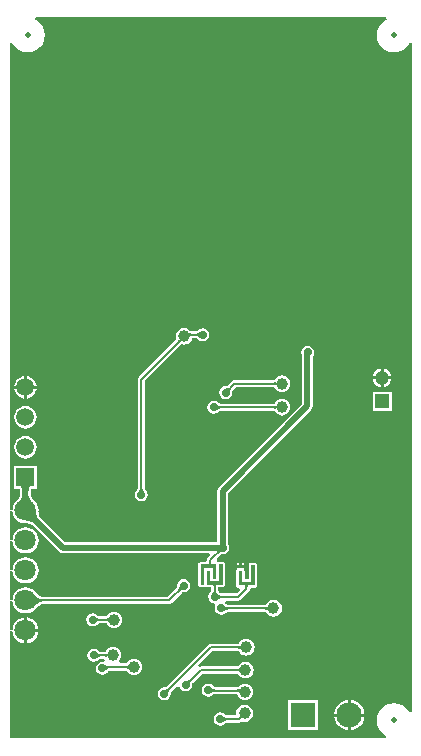
<source format=gbl>
G04*
G04 #@! TF.GenerationSoftware,Altium Limited,Altium Designer,20.2.7 (254)*
G04*
G04 Layer_Physical_Order=2*
G04 Layer_Color=16711680*
%FSLAX44Y44*%
%MOMM*%
G71*
G04*
G04 #@! TF.SameCoordinates,3AAC9187-E8BA-4CE9-B87A-6CD4D1A61E21*
G04*
G04*
G04 #@! TF.FilePolarity,Positive*
G04*
G01*
G75*
%ADD11C,0.2000*%
%ADD45C,1.0000*%
%ADD54C,0.5000*%
%ADD55C,1.8000*%
%ADD56C,1.5000*%
%ADD57R,1.5000X1.5000*%
%ADD58R,2.1500X2.1500*%
%ADD59C,2.1500*%
%ADD60C,0.5000*%
%ADD61C,1.2000*%
%ADD62R,1.2000X1.2000*%
%ADD63C,0.7000*%
%ADD64R,0.2500X0.2500*%
G36*
X2219646Y1767581D02*
X2218544Y1767124D01*
X2215515Y1764800D01*
X2213190Y1761771D01*
X2211729Y1758243D01*
X2211231Y1754458D01*
X2211729Y1750673D01*
X2213190Y1747146D01*
X2215515Y1744117D01*
X2218544Y1741792D01*
X2222071Y1740331D01*
X2225856Y1739833D01*
X2229641Y1740331D01*
X2233169Y1741792D01*
X2236198Y1744117D01*
X2238522Y1747146D01*
X2238826Y1747880D01*
X2240826Y1747482D01*
X2240826Y1181434D01*
X2238826Y1181036D01*
X2238522Y1181771D01*
X2236198Y1184800D01*
X2233169Y1187124D01*
X2229641Y1188585D01*
X2225856Y1189083D01*
X2222071Y1188585D01*
X2218544Y1187124D01*
X2215515Y1184800D01*
X2213190Y1181771D01*
X2211729Y1178243D01*
X2211231Y1174458D01*
X2211729Y1170673D01*
X2213190Y1167146D01*
X2215515Y1164117D01*
X2218544Y1161792D01*
X2219351Y1161458D01*
X2218953Y1159458D01*
X1900826D01*
Y1250035D01*
X1902826Y1250166D01*
X1902948Y1249240D01*
X1903139Y1247787D01*
X1904248Y1245111D01*
X1906011Y1242813D01*
X1908309Y1241050D01*
X1910984Y1239941D01*
X1912586Y1239730D01*
Y1250658D01*
Y1261586D01*
X1910984Y1261375D01*
X1908309Y1260267D01*
X1906011Y1258503D01*
X1904248Y1256206D01*
X1903139Y1253530D01*
X1902948Y1252076D01*
X1902826Y1251150D01*
X1900826Y1251281D01*
X1900826Y1275435D01*
X1902826Y1275566D01*
X1902948Y1274640D01*
X1903139Y1273187D01*
X1904248Y1270511D01*
X1906011Y1268213D01*
X1908309Y1266450D01*
X1910984Y1265341D01*
X1913856Y1264963D01*
X1916728Y1265341D01*
X1919404Y1266450D01*
X1921701Y1268213D01*
X1921958Y1268547D01*
X1922712Y1269296D01*
X1923612Y1270137D01*
X1925291Y1271535D01*
X1925992Y1272036D01*
X1926635Y1272436D01*
X1927191Y1272723D01*
X1927645Y1272903D01*
X1927982Y1272990D01*
X1928085Y1272999D01*
X2035456D01*
X2035456Y1272999D01*
X2036627Y1273232D01*
X2037619Y1273895D01*
X2046301Y1282577D01*
X2046324Y1282595D01*
X2046427Y1282657D01*
X2046547Y1282717D01*
X2046688Y1282772D01*
X2046854Y1282821D01*
X2047047Y1282863D01*
X2047269Y1282894D01*
X2047520Y1282914D01*
X2047538Y1282914D01*
X2047856Y1282850D01*
X2050002Y1283277D01*
X2051821Y1284493D01*
X2053037Y1286312D01*
X2053464Y1288458D01*
X2053037Y1290604D01*
X2051821Y1292423D01*
X2050002Y1293639D01*
X2047856Y1294066D01*
X2045710Y1293639D01*
X2043891Y1292423D01*
X2042675Y1290604D01*
X2042248Y1288458D01*
X2042312Y1288139D01*
X2042312Y1288122D01*
X2042292Y1287871D01*
X2042260Y1287649D01*
X2042219Y1287456D01*
X2042169Y1287290D01*
X2042115Y1287149D01*
X2042056Y1287029D01*
X2041993Y1286926D01*
X2041975Y1286903D01*
X2034189Y1279117D01*
X1928085D01*
X1927982Y1279127D01*
X1927645Y1279213D01*
X1927191Y1279393D01*
X1926635Y1279680D01*
X1925992Y1280081D01*
X1925308Y1280569D01*
X1922686Y1282846D01*
X1921958Y1283569D01*
X1921701Y1283903D01*
X1919404Y1285667D01*
X1916728Y1286775D01*
X1913856Y1287153D01*
X1910984Y1286775D01*
X1908309Y1285667D01*
X1906011Y1283903D01*
X1904248Y1281606D01*
X1903139Y1278930D01*
X1902948Y1277476D01*
X1902826Y1276550D01*
X1900826Y1276681D01*
Y1300835D01*
X1902826Y1300966D01*
X1902948Y1300040D01*
X1903139Y1298587D01*
X1904248Y1295911D01*
X1906011Y1293613D01*
X1908309Y1291850D01*
X1910984Y1290741D01*
X1913856Y1290363D01*
X1916728Y1290741D01*
X1919404Y1291850D01*
X1921701Y1293613D01*
X1923465Y1295911D01*
X1924573Y1298587D01*
X1924951Y1301458D01*
X1924573Y1304330D01*
X1923465Y1307006D01*
X1921701Y1309303D01*
X1919404Y1311067D01*
X1916728Y1312175D01*
X1913856Y1312553D01*
X1910984Y1312175D01*
X1908309Y1311067D01*
X1906011Y1309303D01*
X1904248Y1307006D01*
X1903139Y1304330D01*
X1902948Y1302876D01*
X1902826Y1301950D01*
X1900826Y1302081D01*
Y1326235D01*
X1902826Y1326366D01*
X1902948Y1325440D01*
X1903139Y1323987D01*
X1904248Y1321311D01*
X1906011Y1319013D01*
X1908309Y1317250D01*
X1910984Y1316141D01*
X1913856Y1315763D01*
X1916728Y1316141D01*
X1919404Y1317250D01*
X1921701Y1319013D01*
X1923465Y1321311D01*
X1924573Y1323987D01*
X1924951Y1326858D01*
X1924573Y1329730D01*
X1923465Y1332406D01*
X1921701Y1334703D01*
X1919404Y1336467D01*
X1916728Y1337575D01*
X1913856Y1337953D01*
X1910984Y1337575D01*
X1908309Y1336467D01*
X1906011Y1334703D01*
X1904248Y1332406D01*
X1903139Y1329730D01*
X1902948Y1328276D01*
X1902826Y1327350D01*
X1900826Y1327481D01*
Y1351635D01*
X1902826Y1351766D01*
X1902948Y1350840D01*
X1903139Y1349387D01*
X1904248Y1346711D01*
X1906011Y1344413D01*
X1908309Y1342650D01*
X1910984Y1341541D01*
X1913856Y1341163D01*
X1914243Y1341214D01*
X1914892Y1341203D01*
X1915756Y1341139D01*
X1916557Y1341028D01*
X1917297Y1340872D01*
X1917977Y1340675D01*
X1918597Y1340438D01*
X1919163Y1340164D01*
X1919678Y1339853D01*
X1920047Y1339579D01*
X1942162Y1317464D01*
X1943650Y1316469D01*
X1945406Y1316120D01*
X2069329D01*
X2070094Y1314272D01*
X2068193Y1312371D01*
X2067530Y1311379D01*
X2067297Y1310208D01*
X2066427Y1308497D01*
X2062106Y1308497D01*
X2061326Y1308342D01*
X2060664Y1307900D01*
X2060222Y1307238D01*
X2060067Y1306458D01*
X2060067Y1289208D01*
X2060222Y1288428D01*
X2060664Y1287766D01*
X2061326Y1287324D01*
X2062106Y1287169D01*
X2065106Y1287169D01*
X2065887Y1287324D01*
X2066231Y1287554D01*
X2066576Y1287324D01*
X2067356Y1287169D01*
X2071105D01*
Y1284149D01*
X2071101Y1284120D01*
X2071073Y1284002D01*
X2071030Y1283875D01*
X2070969Y1283737D01*
X2070887Y1283585D01*
X2070779Y1283419D01*
X2070645Y1283239D01*
X2070481Y1283048D01*
X2070469Y1283036D01*
X2070199Y1282855D01*
X2068983Y1281036D01*
X2068556Y1278890D01*
X2068983Y1276744D01*
X2070199Y1274925D01*
X2072018Y1273709D01*
X2073629Y1273389D01*
X2074514Y1271964D01*
X2074675Y1271354D01*
X2074248Y1269208D01*
X2074675Y1267062D01*
X2075891Y1265243D01*
X2077710Y1264027D01*
X2079856Y1263600D01*
X2082002Y1264027D01*
X2083821Y1265243D01*
X2084002Y1265513D01*
X2084014Y1265525D01*
X2084205Y1265688D01*
X2084385Y1265824D01*
X2084551Y1265930D01*
X2084703Y1266013D01*
X2084841Y1266074D01*
X2084968Y1266117D01*
X2085086Y1266145D01*
X2085115Y1266149D01*
X2117333D01*
X2117394Y1266144D01*
X2117537Y1266120D01*
X2117561Y1266114D01*
X2117742Y1265678D01*
X2118864Y1264216D01*
X2120326Y1263094D01*
X2122029Y1262388D01*
X2123856Y1262148D01*
X2125683Y1262388D01*
X2127386Y1263094D01*
X2128849Y1264216D01*
X2129971Y1265678D01*
X2130676Y1267381D01*
X2130916Y1269208D01*
X2130676Y1271036D01*
X2129971Y1272738D01*
X2128849Y1274201D01*
X2127386Y1275323D01*
X2125683Y1276028D01*
X2123856Y1276268D01*
X2122029Y1276028D01*
X2120326Y1275323D01*
X2118864Y1274201D01*
X2117742Y1272738D01*
X2117561Y1272302D01*
X2117537Y1272296D01*
X2117394Y1272272D01*
X2117333Y1272267D01*
X2085115D01*
X2085086Y1272271D01*
X2084968Y1272299D01*
X2084841Y1272342D01*
X2084703Y1272403D01*
X2084551Y1272486D01*
X2084385Y1272593D01*
X2084205Y1272728D01*
X2084014Y1272891D01*
X2084002Y1272903D01*
X2083821Y1273173D01*
X2082837Y1273831D01*
X2083443Y1275831D01*
X2094038D01*
X2094038Y1275831D01*
X2095209Y1276064D01*
X2096201Y1276727D01*
X2103019Y1283545D01*
X2103019Y1283545D01*
X2103682Y1284538D01*
X2103915Y1285708D01*
X2105495Y1286669D01*
X2107856D01*
X2108636Y1286824D01*
X2109298Y1287266D01*
X2109740Y1287928D01*
X2109895Y1288708D01*
X2109895Y1305958D01*
X2109740Y1306739D01*
X2109298Y1307400D01*
X2108636Y1307842D01*
X2107856Y1307997D01*
X2104856Y1307997D01*
X2104076Y1307842D01*
X2103414Y1307400D01*
X2102972Y1306738D01*
X2102817Y1305958D01*
X2102817Y1293747D01*
X2100809D01*
X2100724Y1293833D01*
X2099606Y1293833D01*
Y1294951D01*
X2099395Y1295161D01*
X2099395Y1300708D01*
X2099240Y1301488D01*
X2099106Y1301689D01*
Y1302958D01*
X2092606Y1302958D01*
Y1301689D01*
X2092472Y1301489D01*
X2092317Y1300708D01*
X2092317Y1288708D01*
X2092472Y1287928D01*
X2092914Y1287266D01*
X2093576Y1286824D01*
X2094356Y1286669D01*
X2094878D01*
X2095643Y1284821D01*
X2092771Y1281949D01*
X2079423D01*
X2079394Y1281953D01*
X2079276Y1281981D01*
X2079149Y1282024D01*
X2079011Y1282085D01*
X2078859Y1282168D01*
X2078693Y1282275D01*
X2078513Y1282410D01*
X2078322Y1282574D01*
X2078310Y1282585D01*
X2078129Y1282855D01*
X2077859Y1283036D01*
X2077847Y1283048D01*
X2077684Y1283239D01*
X2077549Y1283419D01*
X2077442Y1283585D01*
X2077359Y1283737D01*
X2077298Y1283875D01*
X2077255Y1284002D01*
X2077227Y1284120D01*
X2077223Y1284149D01*
Y1287169D01*
X2080856D01*
X2081637Y1287324D01*
X2082298Y1287766D01*
X2082740Y1288428D01*
X2082895Y1289208D01*
X2082895Y1306458D01*
X2082740Y1307238D01*
X2082298Y1307900D01*
X2081637Y1308342D01*
X2080856Y1308497D01*
X2077856Y1308497D01*
X2077076Y1308342D01*
X2076041Y1308941D01*
X2075646Y1311172D01*
X2078696Y1314223D01*
X2079448Y1314918D01*
X2079547Y1314967D01*
X2079688Y1315022D01*
X2079854Y1315071D01*
X2080047Y1315112D01*
X2080269Y1315144D01*
X2080520Y1315164D01*
X2080538Y1315164D01*
X2080856Y1315100D01*
X2083002Y1315527D01*
X2084821Y1316743D01*
X2086037Y1318562D01*
X2086464Y1320708D01*
X2086037Y1322854D01*
X2085444Y1323741D01*
Y1366808D01*
X2155600Y1436964D01*
X2156595Y1438452D01*
X2156944Y1440208D01*
Y1482177D01*
X2158037Y1483812D01*
X2158464Y1485958D01*
X2158037Y1488104D01*
X2156821Y1489923D01*
X2155002Y1491139D01*
X2152856Y1491566D01*
X2150710Y1491139D01*
X2148891Y1489923D01*
X2147675Y1488104D01*
X2147248Y1485958D01*
X2147675Y1483812D01*
X2147768Y1483673D01*
Y1442109D01*
X2077612Y1371953D01*
X2076617Y1370464D01*
X2076268Y1368708D01*
Y1325296D01*
X1947307D01*
X1926536Y1346067D01*
X1926262Y1346436D01*
X1925950Y1346951D01*
X1925676Y1347517D01*
X1925439Y1348138D01*
X1925242Y1348817D01*
X1925086Y1349557D01*
X1924975Y1350358D01*
X1924911Y1351222D01*
X1924900Y1351872D01*
X1924951Y1352258D01*
X1924573Y1355130D01*
X1923465Y1357806D01*
X1921701Y1360103D01*
X1921392Y1360341D01*
X1920941Y1360807D01*
X1920375Y1361464D01*
X1919887Y1362109D01*
X1919474Y1362742D01*
X1919133Y1363362D01*
X1918862Y1363969D01*
X1918655Y1364562D01*
X1918511Y1365147D01*
X1918444Y1365602D01*
Y1368721D01*
X1918481Y1369131D01*
X1918576Y1369705D01*
X1918692Y1370135D01*
X1918806Y1370415D01*
X1918884Y1370541D01*
X1919046Y1370558D01*
X1923356D01*
Y1389558D01*
X1904356D01*
Y1370558D01*
X1908666D01*
X1908829Y1370541D01*
X1908906Y1370415D01*
X1909020Y1370135D01*
X1909136Y1369705D01*
X1909232Y1369131D01*
X1909268Y1368721D01*
Y1365602D01*
X1909201Y1365147D01*
X1909057Y1364562D01*
X1908851Y1363969D01*
X1908579Y1363362D01*
X1908238Y1362742D01*
X1907825Y1362109D01*
X1907337Y1361464D01*
X1906771Y1360807D01*
X1906320Y1360341D01*
X1906011Y1360103D01*
X1904248Y1357806D01*
X1903139Y1355130D01*
X1902948Y1353676D01*
X1902826Y1352750D01*
X1900826Y1352881D01*
X1900826Y1747627D01*
X1902826Y1748025D01*
X1903190Y1747146D01*
X1905515Y1744117D01*
X1908544Y1741792D01*
X1912071Y1740331D01*
X1915856Y1739833D01*
X1919641Y1740331D01*
X1923169Y1741792D01*
X1926198Y1744117D01*
X1928522Y1747146D01*
X1929983Y1750673D01*
X1930481Y1754458D01*
X1929983Y1758243D01*
X1928522Y1761771D01*
X1926198Y1764800D01*
X1923169Y1767124D01*
X1922066Y1767581D01*
X1922464Y1769581D01*
X2219249D01*
X2219646Y1767581D01*
D02*
G37*
G36*
X1918381Y1372539D02*
X1917956Y1372389D01*
X1917581Y1372139D01*
X1917256Y1371789D01*
X1916981Y1371339D01*
X1916756Y1370789D01*
X1916581Y1370139D01*
X1916456Y1369389D01*
X1916381Y1368539D01*
X1916356Y1367589D01*
X1911356D01*
X1911331Y1368539D01*
X1911256Y1369389D01*
X1911131Y1370139D01*
X1910956Y1370789D01*
X1910731Y1371339D01*
X1910456Y1371789D01*
X1910131Y1372139D01*
X1909756Y1372389D01*
X1909331Y1372539D01*
X1908856Y1372589D01*
X1918856D01*
X1918381Y1372539D01*
D02*
G37*
G36*
X1916394Y1365527D02*
X1916508Y1364753D01*
X1916698Y1363983D01*
X1916964Y1363216D01*
X1917306Y1362452D01*
X1917724Y1361692D01*
X1918218Y1360936D01*
X1918788Y1360182D01*
X1919434Y1359432D01*
X1920156Y1358685D01*
X1907556D01*
X1908278Y1359432D01*
X1908924Y1360182D01*
X1909494Y1360936D01*
X1909988Y1361692D01*
X1910406Y1362452D01*
X1910748Y1363216D01*
X1911014Y1363983D01*
X1911204Y1364753D01*
X1911318Y1365527D01*
X1911356Y1366304D01*
X1916356D01*
X1916394Y1365527D01*
D02*
G37*
G36*
X1922873Y1351130D02*
X1922947Y1350143D01*
X1923076Y1349207D01*
X1923262Y1348322D01*
X1923504Y1347489D01*
X1923802Y1346707D01*
X1924156Y1345977D01*
X1924567Y1345298D01*
X1925033Y1344670D01*
X1925556Y1344094D01*
X1922020Y1340558D01*
X1921444Y1341081D01*
X1920816Y1341548D01*
X1920137Y1341958D01*
X1919407Y1342312D01*
X1918625Y1342610D01*
X1917792Y1342852D01*
X1916908Y1343038D01*
X1915972Y1343168D01*
X1914985Y1343241D01*
X1913946Y1343259D01*
X1922856Y1352168D01*
X1922873Y1351130D01*
D02*
G37*
G36*
X2080858Y1318208D02*
X2080617Y1318174D01*
X2080332Y1318073D01*
X2080083Y1317947D01*
X2080821Y1317208D01*
X2080424Y1317201D01*
X2080047Y1317172D01*
X2079688Y1317121D01*
X2079348Y1317048D01*
X2079027Y1316953D01*
X2078725Y1316835D01*
X2078442Y1316696D01*
X2078219Y1316559D01*
X2077057Y1315484D01*
X2076407Y1314845D01*
X2074993Y1316259D01*
X2075632Y1316909D01*
X2075754Y1317048D01*
X2076832Y1318275D01*
X2076844Y1318294D01*
X2076983Y1318577D01*
X2077101Y1318879D01*
X2077196Y1319200D01*
X2077269Y1319540D01*
X2077320Y1319899D01*
X2077349Y1320277D01*
X2077356Y1320673D01*
X2078095Y1319935D01*
X2078221Y1320184D01*
X2078322Y1320469D01*
X2078356Y1320710D01*
X2080858Y1318208D01*
D02*
G37*
G36*
X2075606Y1294333D02*
X2072606Y1294333D01*
X2072606Y1303458D01*
X2065106Y1303458D01*
X2065106Y1289208D01*
X2062106Y1289208D01*
X2062106Y1306458D01*
X2075606Y1306458D01*
X2075606Y1294333D01*
D02*
G37*
G36*
X2080856Y1289208D02*
X2075228D01*
X2075222Y1289169D01*
X2075190Y1288769D01*
X2075166Y1287869D01*
X2075164Y1287489D01*
X2073164D01*
X2073161Y1287869D01*
X2073064Y1289169D01*
X2073054Y1289208D01*
X2067356D01*
X2067356Y1301208D01*
X2070356Y1301208D01*
X2070356Y1292208D01*
X2077856Y1292208D01*
X2077856Y1306458D01*
X2080856Y1306458D01*
X2080856Y1289208D01*
D02*
G37*
G36*
X2107856Y1288708D02*
X2102042D01*
X2102025Y1288669D01*
X2101974Y1288489D01*
X2101931Y1288269D01*
X2101898Y1288009D01*
X2101861Y1287369D01*
X2101856Y1286989D01*
X2099856D01*
X2099882Y1288708D01*
X2094356D01*
X2094356Y1300708D01*
X2097356Y1300708D01*
X2097356Y1291708D01*
X2104856Y1291708D01*
X2104856Y1305958D01*
X2107856Y1305958D01*
X2107856Y1288708D01*
D02*
G37*
G36*
X2047821Y1284958D02*
X2047424Y1284951D01*
X2047047Y1284922D01*
X2046688Y1284871D01*
X2046348Y1284798D01*
X2046027Y1284702D01*
X2045725Y1284585D01*
X2045442Y1284445D01*
X2045178Y1284284D01*
X2044933Y1284100D01*
X2044707Y1283894D01*
X2043292Y1285309D01*
X2043498Y1285535D01*
X2043682Y1285780D01*
X2043844Y1286044D01*
X2043983Y1286327D01*
X2044100Y1286629D01*
X2044196Y1286950D01*
X2044269Y1287290D01*
X2044320Y1287649D01*
X2044349Y1288026D01*
X2044356Y1288423D01*
X2047821Y1284958D01*
D02*
G37*
G36*
X2075179Y1284039D02*
X2075222Y1283735D01*
X2075295Y1283434D01*
X2075396Y1283136D01*
X2075527Y1282839D01*
X2075686Y1282545D01*
X2075875Y1282253D01*
X2076092Y1281963D01*
X2076339Y1281675D01*
X2076614Y1281390D01*
X2071714D01*
X2071990Y1281675D01*
X2072236Y1281963D01*
X2072454Y1282253D01*
X2072642Y1282545D01*
X2072802Y1282839D01*
X2072932Y1283136D01*
X2073034Y1283434D01*
X2073106Y1283735D01*
X2073150Y1284039D01*
X2073164Y1284344D01*
X2075164D01*
X2075179Y1284039D01*
D02*
G37*
G36*
X2076949Y1281065D02*
X2077237Y1280818D01*
X2077527Y1280601D01*
X2077819Y1280412D01*
X2078113Y1280253D01*
X2078409Y1280122D01*
X2078708Y1280021D01*
X2079009Y1279948D01*
X2079313Y1279905D01*
X2079618Y1279890D01*
Y1277890D01*
X2079313Y1277876D01*
X2079009Y1277832D01*
X2078708Y1277760D01*
X2078409Y1277658D01*
X2078113Y1277528D01*
X2077819Y1277368D01*
X2077527Y1277180D01*
X2077237Y1276962D01*
X2076949Y1276716D01*
X2076664Y1276440D01*
Y1281340D01*
X2076949Y1281065D01*
D02*
G37*
G36*
X1921298Y1281351D02*
X1924044Y1278966D01*
X1924860Y1278383D01*
X1925627Y1277906D01*
X1926345Y1277535D01*
X1927013Y1277270D01*
X1927631Y1277111D01*
X1928200Y1277058D01*
Y1275058D01*
X1927631Y1275005D01*
X1927013Y1274846D01*
X1926345Y1274581D01*
X1925627Y1274210D01*
X1924860Y1273733D01*
X1924044Y1273150D01*
X1922263Y1271666D01*
X1921298Y1270765D01*
X1920283Y1269758D01*
Y1282358D01*
X1921298Y1281351D01*
D02*
G37*
G36*
X2119274Y1267208D02*
X2119172Y1267398D01*
X2119041Y1267568D01*
X2118882Y1267718D01*
X2118693Y1267848D01*
X2118476Y1267958D01*
X2118230Y1268048D01*
X2117955Y1268118D01*
X2117651Y1268168D01*
X2117319Y1268198D01*
X2116957Y1268208D01*
Y1270208D01*
X2117319Y1270218D01*
X2117651Y1270248D01*
X2117955Y1270298D01*
X2118230Y1270368D01*
X2118476Y1270458D01*
X2118693Y1270568D01*
X2118882Y1270698D01*
X2119041Y1270848D01*
X2119172Y1271018D01*
X2119274Y1271208D01*
Y1267208D01*
D02*
G37*
G36*
X2082641Y1271383D02*
X2082929Y1271136D01*
X2083219Y1270919D01*
X2083511Y1270730D01*
X2083805Y1270571D01*
X2084102Y1270440D01*
X2084400Y1270339D01*
X2084701Y1270266D01*
X2085005Y1270223D01*
X2085310Y1270208D01*
Y1268208D01*
X2085005Y1268194D01*
X2084701Y1268150D01*
X2084400Y1268078D01*
X2084102Y1267976D01*
X2083805Y1267846D01*
X2083511Y1267686D01*
X2083219Y1267498D01*
X2082929Y1267280D01*
X2082641Y1267034D01*
X2082356Y1266758D01*
Y1271658D01*
X2082641Y1271383D01*
D02*
G37*
%LPC*%
G36*
X2063856Y1506566D02*
X2061710Y1506139D01*
X2059891Y1504923D01*
X2059690Y1504622D01*
X2059628Y1504560D01*
X2059444Y1504397D01*
X2059273Y1504264D01*
X2059114Y1504159D01*
X2058969Y1504078D01*
X2058836Y1504018D01*
X2058716Y1503977D01*
X2058602Y1503949D01*
X2058575Y1503945D01*
X2054271D01*
X2054224Y1503948D01*
X2054030Y1503973D01*
X2053875Y1504002D01*
X2053763Y1504033D01*
X2053692Y1504058D01*
X2053678Y1504065D01*
X2053642Y1504102D01*
X2053587Y1504140D01*
X2053349Y1504451D01*
X2051886Y1505573D01*
X2050184Y1506278D01*
X2048356Y1506519D01*
X2046529Y1506278D01*
X2044826Y1505573D01*
X2043364Y1504451D01*
X2042242Y1502988D01*
X2041536Y1501286D01*
X2041296Y1499458D01*
X2041536Y1497631D01*
X2041717Y1497195D01*
X2041705Y1497173D01*
X2041620Y1497056D01*
X2041581Y1497009D01*
X2009693Y1465121D01*
X2009030Y1464129D01*
X2008797Y1462958D01*
X2008797Y1462958D01*
Y1370717D01*
X2008793Y1370688D01*
X2008765Y1370570D01*
X2008722Y1370443D01*
X2008661Y1370305D01*
X2008578Y1370153D01*
X2008471Y1369987D01*
X2008337Y1369807D01*
X2008173Y1369616D01*
X2008161Y1369604D01*
X2007891Y1369423D01*
X2006675Y1367604D01*
X2006248Y1365458D01*
X2006675Y1363312D01*
X2007891Y1361493D01*
X2009710Y1360277D01*
X2011856Y1359850D01*
X2014002Y1360277D01*
X2015821Y1361493D01*
X2017037Y1363312D01*
X2017464Y1365458D01*
X2017037Y1367604D01*
X2015821Y1369423D01*
X2015551Y1369604D01*
X2015540Y1369616D01*
X2015376Y1369807D01*
X2015241Y1369987D01*
X2015134Y1370153D01*
X2015051Y1370305D01*
X2014990Y1370443D01*
X2014947Y1370570D01*
X2014919Y1370688D01*
X2014915Y1370717D01*
Y1461691D01*
X2045907Y1492683D01*
X2045953Y1492722D01*
X2046071Y1492807D01*
X2046093Y1492819D01*
X2046529Y1492638D01*
X2048356Y1492398D01*
X2050184Y1492638D01*
X2051886Y1493344D01*
X2053349Y1494466D01*
X2054471Y1495928D01*
X2055176Y1497631D01*
X2055202Y1497827D01*
X2058622D01*
X2058652Y1497823D01*
X2058774Y1497794D01*
X2058907Y1497750D01*
X2059052Y1497688D01*
X2059211Y1497604D01*
X2059384Y1497495D01*
X2059571Y1497359D01*
X2059738Y1497221D01*
X2059891Y1496993D01*
X2061710Y1495777D01*
X2063856Y1495350D01*
X2066002Y1495777D01*
X2067821Y1496993D01*
X2069037Y1498812D01*
X2069464Y1500958D01*
X2069037Y1503104D01*
X2067821Y1504923D01*
X2066002Y1506139D01*
X2063856Y1506566D01*
D02*
G37*
G36*
X2217126Y1472360D02*
Y1465728D01*
X2223758D01*
X2223650Y1466546D01*
X2222844Y1468493D01*
X2221562Y1470164D01*
X2219891Y1471446D01*
X2217944Y1472252D01*
X2217126Y1472360D01*
D02*
G37*
G36*
X2214586D02*
X2213768Y1472252D01*
X2211822Y1471446D01*
X2210150Y1470164D01*
X2208868Y1468493D01*
X2208062Y1466546D01*
X2207954Y1465728D01*
X2214586D01*
Y1472360D01*
D02*
G37*
G36*
X2130856Y1466519D02*
X2129029Y1466278D01*
X2127326Y1465573D01*
X2125864Y1464451D01*
X2124742Y1462988D01*
X2124561Y1462552D01*
X2124537Y1462546D01*
X2124394Y1462522D01*
X2124333Y1462517D01*
X2090856D01*
X2090856Y1462517D01*
X2089686Y1462284D01*
X2088693Y1461621D01*
X2084912Y1457839D01*
X2084888Y1457822D01*
X2084785Y1457759D01*
X2084665Y1457699D01*
X2084524Y1457645D01*
X2084358Y1457595D01*
X2084165Y1457554D01*
X2083943Y1457522D01*
X2083692Y1457503D01*
X2083675Y1457502D01*
X2083356Y1457566D01*
X2081210Y1457139D01*
X2079391Y1455923D01*
X2078175Y1454104D01*
X2077748Y1451958D01*
X2078175Y1449812D01*
X2079391Y1447993D01*
X2081210Y1446777D01*
X2083356Y1446350D01*
X2085502Y1446777D01*
X2087321Y1447993D01*
X2088537Y1449812D01*
X2088964Y1451958D01*
X2088900Y1452277D01*
X2088901Y1452294D01*
X2088920Y1452545D01*
X2088952Y1452767D01*
X2088993Y1452960D01*
X2089043Y1453126D01*
X2089097Y1453267D01*
X2089157Y1453387D01*
X2089220Y1453490D01*
X2089237Y1453514D01*
X2092123Y1456399D01*
X2124333D01*
X2124394Y1456394D01*
X2124537Y1456370D01*
X2124561Y1456364D01*
X2124742Y1455928D01*
X2125864Y1454466D01*
X2127326Y1453344D01*
X2129029Y1452638D01*
X2130856Y1452398D01*
X2132684Y1452638D01*
X2134386Y1453344D01*
X2135849Y1454466D01*
X2136971Y1455928D01*
X2137676Y1457631D01*
X2137917Y1459458D01*
X2137676Y1461286D01*
X2136971Y1462988D01*
X2135849Y1464451D01*
X2134386Y1465573D01*
X2132684Y1466278D01*
X2130856Y1466519D01*
D02*
G37*
G36*
X1915126Y1465673D02*
Y1457528D01*
X1923271D01*
X1923112Y1458738D01*
X1922154Y1461049D01*
X1920632Y1463034D01*
X1918647Y1464556D01*
X1916336Y1465514D01*
X1915126Y1465673D01*
D02*
G37*
G36*
X1912586Y1465673D02*
X1911376Y1465514D01*
X1909065Y1464556D01*
X1907081Y1463034D01*
X1905558Y1461049D01*
X1904601Y1458738D01*
X1904441Y1457528D01*
X1912586D01*
Y1465673D01*
D02*
G37*
G36*
X2223758Y1463188D02*
X2217126D01*
Y1456556D01*
X2217944Y1456664D01*
X2219891Y1457470D01*
X2221562Y1458752D01*
X2222844Y1460424D01*
X2223650Y1462370D01*
X2223758Y1463188D01*
D02*
G37*
G36*
X2214586D02*
X2207954D01*
X2208062Y1462370D01*
X2208868Y1460424D01*
X2210150Y1458752D01*
X2211822Y1457470D01*
X2213768Y1456664D01*
X2214586Y1456556D01*
Y1463188D01*
D02*
G37*
G36*
X1912586Y1454988D02*
X1904441D01*
X1904601Y1453778D01*
X1905558Y1451467D01*
X1907081Y1449483D01*
X1909065Y1447960D01*
X1911376Y1447003D01*
X1912586Y1446843D01*
Y1454988D01*
D02*
G37*
G36*
X1923271D02*
X1915126D01*
Y1446843D01*
X1916336Y1447003D01*
X1918647Y1447960D01*
X1920632Y1449483D01*
X1922154Y1451467D01*
X1923112Y1453778D01*
X1923271Y1454988D01*
D02*
G37*
G36*
X2130856Y1446519D02*
X2129029Y1446278D01*
X2127326Y1445573D01*
X2125864Y1444451D01*
X2124742Y1442988D01*
X2124561Y1442552D01*
X2124537Y1442546D01*
X2124394Y1442522D01*
X2124333Y1442517D01*
X2078615D01*
X2078586Y1442521D01*
X2078468Y1442549D01*
X2078341Y1442592D01*
X2078203Y1442653D01*
X2078051Y1442736D01*
X2077885Y1442843D01*
X2077705Y1442978D01*
X2077514Y1443141D01*
X2077502Y1443153D01*
X2077321Y1443423D01*
X2075502Y1444639D01*
X2073356Y1445066D01*
X2071210Y1444639D01*
X2069391Y1443423D01*
X2068175Y1441604D01*
X2067748Y1439458D01*
X2068175Y1437312D01*
X2069391Y1435493D01*
X2071210Y1434277D01*
X2073356Y1433850D01*
X2075502Y1434277D01*
X2077321Y1435493D01*
X2077502Y1435763D01*
X2077514Y1435775D01*
X2077705Y1435939D01*
X2077885Y1436073D01*
X2078051Y1436180D01*
X2078203Y1436263D01*
X2078341Y1436324D01*
X2078468Y1436367D01*
X2078586Y1436395D01*
X2078615Y1436399D01*
X2124333D01*
X2124394Y1436394D01*
X2124537Y1436370D01*
X2124561Y1436364D01*
X2124742Y1435928D01*
X2125864Y1434466D01*
X2127326Y1433344D01*
X2129029Y1432638D01*
X2130856Y1432398D01*
X2132684Y1432638D01*
X2134386Y1433344D01*
X2135849Y1434466D01*
X2136971Y1435928D01*
X2137676Y1437631D01*
X2137917Y1439458D01*
X2137676Y1441286D01*
X2136971Y1442988D01*
X2135849Y1444451D01*
X2134386Y1445573D01*
X2132684Y1446278D01*
X2130856Y1446519D01*
D02*
G37*
G36*
X2223856Y1452458D02*
X2207856D01*
Y1436458D01*
X2223856D01*
Y1452458D01*
D02*
G37*
G36*
X1913856Y1440440D02*
X1911376Y1440114D01*
X1909065Y1439156D01*
X1907081Y1437634D01*
X1905558Y1435649D01*
X1904601Y1433338D01*
X1904274Y1430858D01*
X1904601Y1428378D01*
X1905558Y1426067D01*
X1907081Y1424083D01*
X1909065Y1422560D01*
X1911376Y1421603D01*
X1913856Y1421276D01*
X1916336Y1421603D01*
X1918647Y1422560D01*
X1920632Y1424083D01*
X1922154Y1426067D01*
X1923112Y1428378D01*
X1923438Y1430858D01*
X1923112Y1433338D01*
X1922154Y1435649D01*
X1920632Y1437634D01*
X1918647Y1439156D01*
X1916336Y1440114D01*
X1913856Y1440440D01*
D02*
G37*
G36*
Y1415040D02*
X1911376Y1414714D01*
X1909065Y1413756D01*
X1907081Y1412234D01*
X1905558Y1410249D01*
X1904601Y1407938D01*
X1904274Y1405458D01*
X1904601Y1402978D01*
X1905558Y1400667D01*
X1907081Y1398683D01*
X1909065Y1397160D01*
X1911376Y1396203D01*
X1913856Y1395876D01*
X1916336Y1396203D01*
X1918647Y1397160D01*
X1920632Y1398683D01*
X1922154Y1400667D01*
X1923112Y1402978D01*
X1923438Y1405458D01*
X1923112Y1407938D01*
X1922154Y1410249D01*
X1920632Y1412234D01*
X1918647Y1413756D01*
X1916336Y1414714D01*
X1913856Y1415040D01*
D02*
G37*
G36*
X2099106Y1307708D02*
X2097126D01*
Y1305958D01*
X2099106D01*
Y1307708D01*
D02*
G37*
G36*
X2094586D02*
X2092606D01*
Y1305958D01*
X2094586D01*
Y1307708D01*
D02*
G37*
G36*
X1988956Y1266518D02*
X1987129Y1266278D01*
X1985426Y1265573D01*
X1983964Y1264451D01*
X1982842Y1262988D01*
X1982661Y1262552D01*
X1982637Y1262546D01*
X1982494Y1262522D01*
X1982433Y1262517D01*
X1976115D01*
X1976086Y1262521D01*
X1975968Y1262549D01*
X1975841Y1262592D01*
X1975703Y1262653D01*
X1975551Y1262736D01*
X1975385Y1262843D01*
X1975205Y1262978D01*
X1975014Y1263141D01*
X1975002Y1263153D01*
X1974821Y1263423D01*
X1973002Y1264639D01*
X1970856Y1265066D01*
X1968710Y1264639D01*
X1966891Y1263423D01*
X1965675Y1261604D01*
X1965248Y1259458D01*
X1965675Y1257312D01*
X1966891Y1255493D01*
X1968710Y1254277D01*
X1970856Y1253850D01*
X1973002Y1254277D01*
X1974821Y1255493D01*
X1975002Y1255763D01*
X1975014Y1255775D01*
X1975205Y1255938D01*
X1975385Y1256074D01*
X1975551Y1256180D01*
X1975703Y1256263D01*
X1975841Y1256324D01*
X1975968Y1256367D01*
X1976086Y1256395D01*
X1976115Y1256399D01*
X1982433D01*
X1982494Y1256394D01*
X1982637Y1256370D01*
X1982661Y1256364D01*
X1982842Y1255928D01*
X1983964Y1254466D01*
X1985426Y1253344D01*
X1987129Y1252638D01*
X1988956Y1252398D01*
X1990784Y1252638D01*
X1992486Y1253344D01*
X1993949Y1254466D01*
X1995071Y1255928D01*
X1995776Y1257631D01*
X1996017Y1259458D01*
X1995776Y1261285D01*
X1995071Y1262988D01*
X1993949Y1264451D01*
X1992486Y1265573D01*
X1990784Y1266278D01*
X1988956Y1266518D01*
D02*
G37*
G36*
X1915126Y1261586D02*
Y1251928D01*
X1924784D01*
X1924573Y1253530D01*
X1923465Y1256206D01*
X1921701Y1258503D01*
X1919404Y1260267D01*
X1916728Y1261375D01*
X1915126Y1261586D01*
D02*
G37*
G36*
X1924784Y1249388D02*
X1915126D01*
Y1239730D01*
X1916728Y1239941D01*
X1919404Y1241050D01*
X1921701Y1242813D01*
X1923465Y1245111D01*
X1924573Y1247787D01*
X1924784Y1249388D01*
D02*
G37*
G36*
X2100856Y1243269D02*
X2099029Y1243028D01*
X2097326Y1242323D01*
X2095864Y1241201D01*
X2094742Y1239738D01*
X2094561Y1239302D01*
X2094537Y1239296D01*
X2094394Y1239272D01*
X2094333Y1239267D01*
X2070606D01*
X2070606Y1239267D01*
X2069436Y1239034D01*
X2068443Y1238371D01*
X2032912Y1202839D01*
X2032888Y1202822D01*
X2032785Y1202759D01*
X2032665Y1202700D01*
X2032524Y1202645D01*
X2032358Y1202595D01*
X2032165Y1202554D01*
X2031943Y1202522D01*
X2031692Y1202503D01*
X2031675Y1202503D01*
X2031356Y1202566D01*
X2029210Y1202139D01*
X2027391Y1200923D01*
X2026175Y1199104D01*
X2025748Y1196958D01*
X2026175Y1194812D01*
X2027391Y1192993D01*
X2029210Y1191777D01*
X2031356Y1191350D01*
X2033502Y1191777D01*
X2035321Y1192993D01*
X2036537Y1194812D01*
X2036964Y1196958D01*
X2036900Y1197277D01*
X2036901Y1197294D01*
X2036920Y1197545D01*
X2036952Y1197767D01*
X2036993Y1197960D01*
X2037043Y1198126D01*
X2037097Y1198267D01*
X2037157Y1198387D01*
X2037220Y1198490D01*
X2037237Y1198514D01*
X2042162Y1203438D01*
X2044332Y1202780D01*
X2044425Y1202312D01*
X2045641Y1200493D01*
X2047460Y1199277D01*
X2049606Y1198850D01*
X2051752Y1199277D01*
X2053571Y1200493D01*
X2054787Y1202312D01*
X2055214Y1204458D01*
X2055150Y1204777D01*
X2055151Y1204794D01*
X2055170Y1205045D01*
X2055202Y1205267D01*
X2055243Y1205460D01*
X2055293Y1205626D01*
X2055347Y1205767D01*
X2055407Y1205887D01*
X2055470Y1205990D01*
X2055487Y1206014D01*
X2063373Y1213899D01*
X2093583D01*
X2093644Y1213894D01*
X2093787Y1213870D01*
X2093811Y1213864D01*
X2093992Y1213428D01*
X2095114Y1211966D01*
X2096576Y1210844D01*
X2098279Y1210138D01*
X2100106Y1209898D01*
X2101933Y1210138D01*
X2103636Y1210844D01*
X2105099Y1211966D01*
X2106221Y1213428D01*
X2106926Y1215131D01*
X2107166Y1216958D01*
X2106926Y1218785D01*
X2106221Y1220488D01*
X2105099Y1221951D01*
X2103636Y1223073D01*
X2101933Y1223778D01*
X2100106Y1224018D01*
X2098279Y1223778D01*
X2096576Y1223073D01*
X2095114Y1221951D01*
X2093992Y1220488D01*
X2093811Y1220052D01*
X2093787Y1220046D01*
X2093644Y1220022D01*
X2093583Y1220017D01*
X2062106D01*
X2061436Y1219883D01*
X2060316Y1221592D01*
X2071873Y1233149D01*
X2094333D01*
X2094394Y1233144D01*
X2094537Y1233120D01*
X2094561Y1233114D01*
X2094742Y1232678D01*
X2095864Y1231216D01*
X2097326Y1230094D01*
X2099029Y1229388D01*
X2100856Y1229148D01*
X2102684Y1229388D01*
X2104386Y1230094D01*
X2105849Y1231216D01*
X2106971Y1232678D01*
X2107676Y1234381D01*
X2107917Y1236208D01*
X2107676Y1238036D01*
X2106971Y1239738D01*
X2105849Y1241201D01*
X2104386Y1242323D01*
X2102684Y1243028D01*
X2100856Y1243269D01*
D02*
G37*
G36*
X1987856Y1236518D02*
X1986029Y1236278D01*
X1984326Y1235573D01*
X1982864Y1234451D01*
X1981742Y1232988D01*
X1981561Y1232552D01*
X1981537Y1232546D01*
X1981394Y1232522D01*
X1981333Y1232517D01*
X1977115D01*
X1977086Y1232521D01*
X1976968Y1232549D01*
X1976841Y1232592D01*
X1976703Y1232653D01*
X1976551Y1232736D01*
X1976385Y1232843D01*
X1976205Y1232978D01*
X1976014Y1233141D01*
X1976002Y1233153D01*
X1975821Y1233423D01*
X1974002Y1234639D01*
X1971856Y1235066D01*
X1969710Y1234639D01*
X1967891Y1233423D01*
X1966675Y1231604D01*
X1966248Y1229458D01*
X1966675Y1227312D01*
X1967891Y1225493D01*
X1969710Y1224277D01*
X1971856Y1223850D01*
X1974002Y1224277D01*
X1975821Y1225493D01*
X1976002Y1225763D01*
X1976014Y1225775D01*
X1976205Y1225938D01*
X1976385Y1226073D01*
X1976551Y1226180D01*
X1976703Y1226263D01*
X1976841Y1226324D01*
X1976968Y1226367D01*
X1977086Y1226395D01*
X1977115Y1226399D01*
X1980769D01*
X1981244Y1225630D01*
X1980000Y1223838D01*
X1978856Y1224066D01*
X1976710Y1223639D01*
X1974891Y1222423D01*
X1973675Y1220604D01*
X1973248Y1218458D01*
X1973675Y1216312D01*
X1974891Y1214493D01*
X1976710Y1213277D01*
X1978856Y1212850D01*
X1981002Y1213277D01*
X1982821Y1214493D01*
X1983633Y1215707D01*
X1983715Y1215800D01*
X1983847Y1216027D01*
X1983860Y1216047D01*
X1983937Y1216156D01*
X1984012Y1216243D01*
X1984074Y1216301D01*
X1984124Y1216338D01*
X1984168Y1216363D01*
X1984213Y1216382D01*
X1984271Y1216398D01*
X1984278Y1216399D01*
X1999333D01*
X1999394Y1216394D01*
X1999537Y1216370D01*
X1999561Y1216364D01*
X1999742Y1215928D01*
X2000864Y1214466D01*
X2002326Y1213344D01*
X2004029Y1212638D01*
X2005856Y1212398D01*
X2007684Y1212638D01*
X2009386Y1213344D01*
X2010849Y1214466D01*
X2011971Y1215928D01*
X2012676Y1217631D01*
X2012917Y1219458D01*
X2012676Y1221285D01*
X2011971Y1222988D01*
X2010849Y1224451D01*
X2009386Y1225573D01*
X2007684Y1226278D01*
X2005856Y1226518D01*
X2004029Y1226278D01*
X2002326Y1225573D01*
X2000864Y1224451D01*
X1999742Y1222988D01*
X1999561Y1222552D01*
X1999537Y1222546D01*
X1999394Y1222522D01*
X1999333Y1222517D01*
X1993594D01*
X1992922Y1224274D01*
X1992888Y1224517D01*
X1993971Y1225928D01*
X1994676Y1227631D01*
X1994917Y1229458D01*
X1994676Y1231285D01*
X1993971Y1232988D01*
X1992849Y1234451D01*
X1991386Y1235573D01*
X1989684Y1236278D01*
X1987856Y1236518D01*
D02*
G37*
G36*
X2068606Y1205566D02*
X2066460Y1205139D01*
X2064641Y1203923D01*
X2063425Y1202104D01*
X2062998Y1199958D01*
X2063425Y1197812D01*
X2064641Y1195993D01*
X2066460Y1194777D01*
X2068606Y1194350D01*
X2070752Y1194777D01*
X2072035Y1195634D01*
X2072126Y1195681D01*
X2072231Y1195766D01*
X2072571Y1195993D01*
X2072612Y1196053D01*
X2072635Y1196070D01*
X2072851Y1196208D01*
X2073051Y1196320D01*
X2073237Y1196408D01*
X2073405Y1196474D01*
X2073558Y1196521D01*
X2073696Y1196552D01*
X2073730Y1196556D01*
X2092817D01*
X2093492Y1194928D01*
X2094614Y1193466D01*
X2096076Y1192344D01*
X2097779Y1191638D01*
X2099606Y1191398D01*
X2101434Y1191638D01*
X2103136Y1192344D01*
X2104599Y1193466D01*
X2105721Y1194928D01*
X2106426Y1196631D01*
X2106667Y1198458D01*
X2106426Y1200285D01*
X2105721Y1201988D01*
X2104599Y1203451D01*
X2103136Y1204573D01*
X2101434Y1205278D01*
X2099606Y1205518D01*
X2097779Y1205278D01*
X2096076Y1204573D01*
X2094614Y1203451D01*
X2094181Y1202886D01*
X2094071Y1202801D01*
X2094050Y1202777D01*
X2094007Y1202760D01*
X2093908Y1202732D01*
X2093798Y1202709D01*
X2093459Y1202674D01*
X2073958D01*
X2073936Y1202677D01*
X2073839Y1202702D01*
X2073739Y1202739D01*
X2073632Y1202791D01*
X2073514Y1202863D01*
X2073383Y1202959D01*
X2073240Y1203084D01*
X2073086Y1203240D01*
X2072881Y1203479D01*
X2072854Y1203501D01*
X2072571Y1203923D01*
X2070752Y1205139D01*
X2068606Y1205566D01*
D02*
G37*
G36*
X2189468Y1191537D02*
Y1180114D01*
X2200891D01*
X2200620Y1182172D01*
X2199335Y1185274D01*
X2197292Y1187937D01*
X2194628Y1189981D01*
X2191527Y1191266D01*
X2189468Y1191537D01*
D02*
G37*
G36*
X2186928Y1191537D02*
X2184870Y1191266D01*
X2181768Y1189981D01*
X2179105Y1187937D01*
X2177061Y1185274D01*
X2175776Y1182172D01*
X2175505Y1180114D01*
X2186928D01*
Y1191537D01*
D02*
G37*
G36*
X2099356Y1187269D02*
X2097529Y1187028D01*
X2095826Y1186323D01*
X2094364Y1185201D01*
X2093242Y1183738D01*
X2092536Y1182036D01*
X2092296Y1180208D01*
X2092320Y1180021D01*
X2091002Y1178517D01*
X2084115D01*
X2084086Y1178521D01*
X2083968Y1178549D01*
X2083841Y1178592D01*
X2083703Y1178653D01*
X2083551Y1178736D01*
X2083385Y1178843D01*
X2083205Y1178978D01*
X2083014Y1179141D01*
X2083002Y1179153D01*
X2082821Y1179423D01*
X2081002Y1180639D01*
X2078856Y1181066D01*
X2076710Y1180639D01*
X2074891Y1179423D01*
X2073675Y1177604D01*
X2073248Y1175458D01*
X2073675Y1173312D01*
X2074891Y1171493D01*
X2076710Y1170277D01*
X2078856Y1169850D01*
X2081002Y1170277D01*
X2082821Y1171493D01*
X2083002Y1171763D01*
X2083014Y1171775D01*
X2083205Y1171938D01*
X2083385Y1172073D01*
X2083551Y1172180D01*
X2083703Y1172263D01*
X2083841Y1172324D01*
X2083968Y1172367D01*
X2084086Y1172395D01*
X2084115Y1172399D01*
X2094449D01*
X2094449Y1172399D01*
X2095620Y1172632D01*
X2096612Y1173295D01*
X2096905Y1173588D01*
X2096928Y1173608D01*
X2096953Y1173627D01*
X2097529Y1173388D01*
X2099356Y1173148D01*
X2101183Y1173388D01*
X2102886Y1174094D01*
X2104349Y1175216D01*
X2105471Y1176678D01*
X2106176Y1178381D01*
X2106416Y1180208D01*
X2106176Y1182036D01*
X2105471Y1183738D01*
X2104349Y1185201D01*
X2102886Y1186323D01*
X2101183Y1187028D01*
X2099356Y1187269D01*
D02*
G37*
G36*
X2200891Y1177574D02*
X2189468D01*
Y1166151D01*
X2191527Y1166422D01*
X2194628Y1167707D01*
X2197292Y1169751D01*
X2199335Y1172414D01*
X2200620Y1175516D01*
X2200891Y1177574D01*
D02*
G37*
G36*
X2186928D02*
X2175505D01*
X2175776Y1175516D01*
X2177061Y1172414D01*
X2179105Y1169751D01*
X2181768Y1167707D01*
X2184870Y1166422D01*
X2186928Y1166151D01*
Y1177574D01*
D02*
G37*
G36*
X2161348Y1191594D02*
X2135848D01*
Y1166094D01*
X2161348D01*
Y1191594D01*
D02*
G37*
%LPD*%
G36*
X2052323Y1502532D02*
X2052494Y1502397D01*
X2052689Y1502277D01*
X2052908Y1502173D01*
X2053151Y1502086D01*
X2053418Y1502014D01*
X2053709Y1501958D01*
X2054024Y1501918D01*
X2054364Y1501894D01*
X2054727Y1501886D01*
X2055338Y1499886D01*
X2054977Y1499876D01*
X2054652Y1499845D01*
X2054362Y1499793D01*
X2054107Y1499720D01*
X2053887Y1499627D01*
X2053703Y1499513D01*
X2053554Y1499379D01*
X2053440Y1499223D01*
X2053362Y1499047D01*
X2053319Y1498850D01*
X2052177Y1502684D01*
X2052323Y1502532D01*
D02*
G37*
G36*
X2061408Y1498457D02*
X2061115Y1498729D01*
X2060821Y1498972D01*
X2060526Y1499186D01*
X2060230Y1499372D01*
X2059932Y1499529D01*
X2059633Y1499657D01*
X2059333Y1499758D01*
X2059031Y1499829D01*
X2058728Y1499872D01*
X2058424Y1499886D01*
X2058381Y1501886D01*
X2058688Y1501901D01*
X2058992Y1501945D01*
X2059292Y1502018D01*
X2059590Y1502121D01*
X2059884Y1502254D01*
X2060175Y1502415D01*
X2060463Y1502607D01*
X2060747Y1502827D01*
X2061029Y1503077D01*
X2061307Y1503356D01*
X2061408Y1498457D01*
D02*
G37*
G36*
X2046530Y1494804D02*
X2046324Y1494866D01*
X2046111Y1494894D01*
X2045892Y1494887D01*
X2045667Y1494846D01*
X2045436Y1494770D01*
X2045198Y1494660D01*
X2044954Y1494515D01*
X2044704Y1494335D01*
X2044448Y1494121D01*
X2044185Y1493873D01*
X2042771Y1495287D01*
X2043019Y1495550D01*
X2043233Y1495806D01*
X2043413Y1496056D01*
X2043558Y1496300D01*
X2043668Y1496538D01*
X2043744Y1496769D01*
X2043785Y1496994D01*
X2043792Y1497213D01*
X2043764Y1497426D01*
X2043702Y1497632D01*
X2046530Y1494804D01*
D02*
G37*
G36*
X2012871Y1370607D02*
X2012914Y1370303D01*
X2012987Y1370002D01*
X2013088Y1369704D01*
X2013219Y1369407D01*
X2013378Y1369113D01*
X2013567Y1368820D01*
X2013784Y1368531D01*
X2014031Y1368243D01*
X2014306Y1367958D01*
X2009406D01*
X2009682Y1368243D01*
X2009928Y1368531D01*
X2010146Y1368820D01*
X2010334Y1369113D01*
X2010494Y1369407D01*
X2010624Y1369704D01*
X2010726Y1370002D01*
X2010798Y1370303D01*
X2010842Y1370607D01*
X2010856Y1370912D01*
X2012856D01*
X2012871Y1370607D01*
D02*
G37*
G36*
X2126273Y1457458D02*
X2126172Y1457648D01*
X2126041Y1457818D01*
X2125882Y1457968D01*
X2125693Y1458098D01*
X2125476Y1458208D01*
X2125230Y1458298D01*
X2124955Y1458368D01*
X2124651Y1458418D01*
X2124319Y1458448D01*
X2123957Y1458458D01*
Y1460458D01*
X2124319Y1460468D01*
X2124651Y1460498D01*
X2124955Y1460548D01*
X2125230Y1460618D01*
X2125476Y1460708D01*
X2125693Y1460818D01*
X2125882Y1460948D01*
X2126041Y1461098D01*
X2126172Y1461268D01*
X2126273Y1461458D01*
Y1457458D01*
D02*
G37*
G36*
X2087920Y1455108D02*
X2087714Y1454881D01*
X2087530Y1454636D01*
X2087369Y1454372D01*
X2087229Y1454089D01*
X2087112Y1453787D01*
X2087016Y1453466D01*
X2086943Y1453126D01*
X2086892Y1452767D01*
X2086863Y1452390D01*
X2086856Y1451993D01*
X2083391Y1455458D01*
X2083788Y1455465D01*
X2084165Y1455494D01*
X2084524Y1455545D01*
X2084864Y1455618D01*
X2085185Y1455714D01*
X2085487Y1455831D01*
X2085770Y1455971D01*
X2086034Y1456132D01*
X2086279Y1456316D01*
X2086506Y1456522D01*
X2087920Y1455108D01*
D02*
G37*
G36*
X2126273Y1437458D02*
X2126172Y1437648D01*
X2126041Y1437818D01*
X2125882Y1437968D01*
X2125693Y1438098D01*
X2125476Y1438208D01*
X2125230Y1438298D01*
X2124955Y1438368D01*
X2124651Y1438418D01*
X2124319Y1438448D01*
X2123957Y1438458D01*
Y1440458D01*
X2124319Y1440468D01*
X2124651Y1440498D01*
X2124955Y1440548D01*
X2125230Y1440618D01*
X2125476Y1440708D01*
X2125693Y1440818D01*
X2125882Y1440948D01*
X2126041Y1441098D01*
X2126172Y1441268D01*
X2126273Y1441458D01*
Y1437458D01*
D02*
G37*
G36*
X2076141Y1441633D02*
X2076429Y1441386D01*
X2076718Y1441169D01*
X2077011Y1440980D01*
X2077305Y1440821D01*
X2077601Y1440690D01*
X2077900Y1440589D01*
X2078201Y1440516D01*
X2078505Y1440473D01*
X2078810Y1440458D01*
Y1438458D01*
X2078505Y1438444D01*
X2078201Y1438400D01*
X2077900Y1438328D01*
X2077601Y1438226D01*
X2077305Y1438096D01*
X2077011Y1437936D01*
X2076718Y1437748D01*
X2076429Y1437530D01*
X2076141Y1437284D01*
X2075856Y1437008D01*
Y1441908D01*
X2076141Y1441633D01*
D02*
G37*
G36*
X1984373Y1257458D02*
X1984272Y1257648D01*
X1984141Y1257818D01*
X1983982Y1257968D01*
X1983793Y1258098D01*
X1983576Y1258208D01*
X1983330Y1258298D01*
X1983055Y1258368D01*
X1982751Y1258418D01*
X1982419Y1258448D01*
X1982057Y1258458D01*
Y1260458D01*
X1982419Y1260468D01*
X1982751Y1260498D01*
X1983055Y1260548D01*
X1983330Y1260618D01*
X1983576Y1260708D01*
X1983793Y1260818D01*
X1983982Y1260948D01*
X1984141Y1261098D01*
X1984272Y1261268D01*
X1984373Y1261458D01*
Y1257458D01*
D02*
G37*
G36*
X1973641Y1261633D02*
X1973929Y1261386D01*
X1974218Y1261169D01*
X1974511Y1260980D01*
X1974805Y1260821D01*
X1975101Y1260690D01*
X1975400Y1260589D01*
X1975701Y1260516D01*
X1976005Y1260473D01*
X1976310Y1260458D01*
Y1258458D01*
X1976005Y1258444D01*
X1975701Y1258400D01*
X1975400Y1258328D01*
X1975101Y1258226D01*
X1974805Y1258096D01*
X1974511Y1257936D01*
X1974218Y1257748D01*
X1973929Y1257530D01*
X1973641Y1257284D01*
X1973356Y1257008D01*
Y1261908D01*
X1973641Y1261633D01*
D02*
G37*
G36*
X2096273Y1234208D02*
X2096172Y1234398D01*
X2096041Y1234568D01*
X2095882Y1234718D01*
X2095693Y1234848D01*
X2095476Y1234958D01*
X2095230Y1235048D01*
X2094955Y1235118D01*
X2094651Y1235168D01*
X2094319Y1235198D01*
X2093957Y1235208D01*
Y1237208D01*
X2094319Y1237218D01*
X2094651Y1237248D01*
X2094955Y1237298D01*
X2095230Y1237368D01*
X2095476Y1237458D01*
X2095693Y1237568D01*
X2095882Y1237698D01*
X2096041Y1237848D01*
X2096172Y1238018D01*
X2096273Y1238208D01*
Y1234208D01*
D02*
G37*
G36*
X2095524Y1214958D02*
X2095422Y1215148D01*
X2095291Y1215318D01*
X2095132Y1215468D01*
X2094943Y1215598D01*
X2094726Y1215708D01*
X2094480Y1215798D01*
X2094205Y1215868D01*
X2093901Y1215918D01*
X2093569Y1215948D01*
X2093207Y1215958D01*
Y1217958D01*
X2093569Y1217968D01*
X2093901Y1217998D01*
X2094205Y1218048D01*
X2094480Y1218118D01*
X2094726Y1218208D01*
X2094943Y1218318D01*
X2095132Y1218448D01*
X2095291Y1218598D01*
X2095422Y1218768D01*
X2095524Y1218958D01*
Y1214958D01*
D02*
G37*
G36*
X2054170Y1207608D02*
X2053964Y1207381D01*
X2053780Y1207136D01*
X2053619Y1206872D01*
X2053479Y1206589D01*
X2053362Y1206287D01*
X2053266Y1205966D01*
X2053193Y1205626D01*
X2053142Y1205267D01*
X2053113Y1204890D01*
X2053106Y1204493D01*
X2049641Y1207958D01*
X2050038Y1207965D01*
X2050415Y1207994D01*
X2050774Y1208045D01*
X2051114Y1208118D01*
X2051435Y1208214D01*
X2051737Y1208331D01*
X2052020Y1208471D01*
X2052284Y1208632D01*
X2052529Y1208816D01*
X2052756Y1209022D01*
X2054170Y1207608D01*
D02*
G37*
G36*
X2035920Y1200108D02*
X2035714Y1199881D01*
X2035530Y1199636D01*
X2035369Y1199372D01*
X2035229Y1199089D01*
X2035112Y1198787D01*
X2035016Y1198466D01*
X2034943Y1198126D01*
X2034892Y1197767D01*
X2034863Y1197390D01*
X2034856Y1196993D01*
X2031391Y1200458D01*
X2031788Y1200465D01*
X2032165Y1200494D01*
X2032524Y1200545D01*
X2032864Y1200619D01*
X2033185Y1200714D01*
X2033487Y1200831D01*
X2033770Y1200971D01*
X2034034Y1201132D01*
X2034279Y1201316D01*
X2034506Y1201522D01*
X2035920Y1200108D01*
D02*
G37*
G36*
X1983273Y1227458D02*
X1983172Y1227648D01*
X1983041Y1227818D01*
X1982882Y1227968D01*
X1982693Y1228098D01*
X1982476Y1228208D01*
X1982230Y1228298D01*
X1981955Y1228368D01*
X1981651Y1228418D01*
X1981319Y1228448D01*
X1980957Y1228458D01*
Y1230458D01*
X1981319Y1230468D01*
X1981651Y1230498D01*
X1981955Y1230548D01*
X1982230Y1230618D01*
X1982476Y1230708D01*
X1982693Y1230818D01*
X1982882Y1230948D01*
X1983041Y1231098D01*
X1983172Y1231268D01*
X1983273Y1231458D01*
Y1227458D01*
D02*
G37*
G36*
X1974641Y1231633D02*
X1974929Y1231386D01*
X1975219Y1231169D01*
X1975511Y1230980D01*
X1975805Y1230821D01*
X1976102Y1230690D01*
X1976400Y1230589D01*
X1976701Y1230516D01*
X1977005Y1230473D01*
X1977310Y1230458D01*
Y1228458D01*
X1977005Y1228444D01*
X1976701Y1228400D01*
X1976400Y1228328D01*
X1976102Y1228226D01*
X1975805Y1228096D01*
X1975511Y1227936D01*
X1975219Y1227748D01*
X1974929Y1227530D01*
X1974641Y1227284D01*
X1974356Y1227008D01*
Y1231908D01*
X1974641Y1231633D01*
D02*
G37*
G36*
X2001273Y1217458D02*
X2001172Y1217648D01*
X2001041Y1217818D01*
X2000882Y1217968D01*
X2000693Y1218098D01*
X2000476Y1218208D01*
X2000230Y1218298D01*
X1999955Y1218368D01*
X1999651Y1218418D01*
X1999319Y1218448D01*
X1998957Y1218458D01*
Y1220458D01*
X1999319Y1220468D01*
X1999651Y1220498D01*
X1999955Y1220548D01*
X2000230Y1220618D01*
X2000476Y1220708D01*
X2000693Y1220818D01*
X2000882Y1220948D01*
X2001041Y1221098D01*
X2001172Y1221268D01*
X2001273Y1221458D01*
Y1217458D01*
D02*
G37*
G36*
X1980930Y1221318D02*
X1981996Y1220840D01*
X1982330Y1220724D01*
X1982963Y1220554D01*
X1983262Y1220501D01*
X1983551Y1220469D01*
X1983828Y1220458D01*
X1984456Y1218458D01*
X1984135Y1218442D01*
X1983830Y1218393D01*
X1983541Y1218311D01*
X1983267Y1218197D01*
X1983009Y1218050D01*
X1982766Y1217870D01*
X1982539Y1217658D01*
X1982328Y1217412D01*
X1982132Y1217135D01*
X1981951Y1216824D01*
X1980551Y1221520D01*
X1980930Y1221318D01*
D02*
G37*
G36*
X2094685Y1197573D02*
X2094631Y1197771D01*
X2094542Y1197948D01*
X2094420Y1198104D01*
X2094263Y1198240D01*
X2094072Y1198354D01*
X2093848Y1198448D01*
X2093589Y1198521D01*
X2093296Y1198573D01*
X2092969Y1198605D01*
X2092609Y1198615D01*
X2093095Y1200615D01*
X2093458Y1200623D01*
X2094110Y1200691D01*
X2094398Y1200751D01*
X2094662Y1200827D01*
X2094901Y1200921D01*
X2095116Y1201031D01*
X2095306Y1201159D01*
X2095470Y1201303D01*
X2095611Y1201464D01*
X2094685Y1197573D01*
D02*
G37*
G36*
X2071584Y1201859D02*
X2071841Y1201598D01*
X2072106Y1201368D01*
X2072376Y1201168D01*
X2072654Y1200999D01*
X2072938Y1200861D01*
X2073230Y1200753D01*
X2073528Y1200676D01*
X2073832Y1200630D01*
X2074144Y1200615D01*
X2073938Y1198615D01*
X2073640Y1198602D01*
X2073340Y1198561D01*
X2073037Y1198494D01*
X2072732Y1198401D01*
X2072425Y1198280D01*
X2072115Y1198133D01*
X2071803Y1197958D01*
X2071489Y1197757D01*
X2071172Y1197530D01*
X2070853Y1197275D01*
X2071334Y1202151D01*
X2071584Y1201859D01*
D02*
G37*
G36*
X2097258Y1175669D02*
X2097092Y1175728D01*
X2096915Y1175752D01*
X2096729Y1175744D01*
X2096534Y1175702D01*
X2096328Y1175627D01*
X2096113Y1175518D01*
X2095888Y1175377D01*
X2095654Y1175201D01*
X2095410Y1174993D01*
X2095156Y1174751D01*
X2093742Y1176165D01*
X2093990Y1176425D01*
X2094387Y1176915D01*
X2094536Y1177145D01*
X2094651Y1177364D01*
X2094733Y1177574D01*
X2094782Y1177774D01*
X2094797Y1177964D01*
X2094780Y1178144D01*
X2094729Y1178314D01*
X2097258Y1175669D01*
D02*
G37*
G36*
X2081641Y1177633D02*
X2081929Y1177386D01*
X2082218Y1177169D01*
X2082511Y1176980D01*
X2082805Y1176821D01*
X2083102Y1176690D01*
X2083400Y1176589D01*
X2083701Y1176516D01*
X2084005Y1176473D01*
X2084310Y1176458D01*
Y1174458D01*
X2084005Y1174444D01*
X2083701Y1174400D01*
X2083400Y1174328D01*
X2083102Y1174226D01*
X2082805Y1174096D01*
X2082511Y1173936D01*
X2082218Y1173748D01*
X2081929Y1173530D01*
X2081641Y1173284D01*
X2081356Y1173008D01*
Y1177908D01*
X2081641Y1177633D01*
D02*
G37*
D11*
X2063784Y1500886D02*
X2063856Y1500958D01*
X2049784Y1500886D02*
X2063784D01*
X2011856Y1462958D02*
X2049784Y1500886D01*
X2074106Y1290708D02*
X2074164Y1290650D01*
Y1278890D02*
Y1290650D01*
X1978856Y1218458D02*
X1979856Y1219458D01*
X2005856D01*
X2074164Y1278890D02*
X2094038D01*
X2096356Y1281208D01*
X2100856Y1285708D01*
X1970856Y1259458D02*
X1988956D01*
X2011856Y1365458D02*
Y1462958D01*
X2073356Y1439458D02*
X2130856D01*
X2090856Y1459458D02*
X2130856D01*
X2083356Y1451958D02*
X2090856Y1459458D01*
X1971856Y1229458D02*
X1987856D01*
X2129699Y1440615D02*
X2130856Y1439458D01*
X1913856Y1276058D02*
X2035456D01*
X2047856Y1288458D01*
X2079856Y1269208D02*
X2123856D01*
X2124106Y1268958D01*
X2099199Y1180208D02*
X2099356D01*
X2094449Y1175458D02*
X2099199Y1180208D01*
X2078856Y1175458D02*
X2094449D01*
X2068949Y1199615D02*
X2098449D01*
X2068606Y1199958D02*
X2068949Y1199615D01*
X2098449D02*
X2099606Y1198458D01*
X2062106Y1216958D02*
X2100106D01*
X2049606Y1204458D02*
X2062106Y1216958D01*
X2070606Y1236208D02*
X2100856D01*
X2031356Y1196958D02*
X2070606Y1236208D01*
X2070356Y1310208D02*
X2080856Y1320708D01*
X2070356Y1305458D02*
Y1310208D01*
X2100856Y1289958D02*
X2101106Y1290208D01*
X2100856Y1285708D02*
Y1289958D01*
D45*
X2048356Y1499458D02*
D03*
X1988956Y1259458D02*
D03*
X2130856Y1459458D02*
D03*
Y1439458D02*
D03*
X2123856Y1269208D02*
D03*
X2100856Y1236208D02*
D03*
X2100106Y1216958D02*
D03*
X2099606Y1198458D02*
D03*
X2099356Y1180208D02*
D03*
X2005856Y1219458D02*
D03*
X1987856Y1229458D02*
D03*
D54*
X1913856Y1352258D02*
Y1380058D01*
Y1352258D02*
X1945406Y1320708D01*
X2080856D01*
X2152356Y1485458D02*
X2152856Y1485958D01*
X2152356Y1440208D02*
Y1485458D01*
X2080856Y1368708D02*
X2152356Y1440208D01*
X2080856Y1320708D02*
Y1368708D01*
D55*
X1913856Y1250658D02*
D03*
Y1276058D02*
D03*
Y1301458D02*
D03*
Y1326858D02*
D03*
Y1352258D02*
D03*
D56*
Y1456258D02*
D03*
Y1430858D02*
D03*
Y1405458D02*
D03*
D57*
Y1380058D02*
D03*
D58*
X2148598Y1178844D02*
D03*
D59*
X2188198D02*
D03*
D60*
X2225856Y1174458D02*
D03*
X1915856Y1754458D02*
D03*
X2225856D02*
D03*
D61*
X2215856Y1464458D02*
D03*
D62*
Y1444458D02*
D03*
D63*
X2200000Y1700000D02*
D03*
Y1600000D02*
D03*
X2225000Y1550000D02*
D03*
X2200000Y1500000D02*
D03*
Y1200000D02*
D03*
X2150000Y1700000D02*
D03*
X2175000Y1650000D02*
D03*
X2150000Y1600000D02*
D03*
X2175000Y1550000D02*
D03*
X2150000Y1400000D02*
D03*
Y1200000D02*
D03*
X2100000Y1700000D02*
D03*
Y1600000D02*
D03*
X2125000Y1550000D02*
D03*
Y1450000D02*
D03*
Y1350000D02*
D03*
Y1250000D02*
D03*
X2050000Y1700000D02*
D03*
Y1600000D02*
D03*
X2075000Y1550000D02*
D03*
X2050000Y1300000D02*
D03*
X2075000Y1250000D02*
D03*
X2000000Y1700000D02*
D03*
Y1600000D02*
D03*
X2025000Y1550000D02*
D03*
Y1450000D02*
D03*
X2000000Y1300000D02*
D03*
X2025000Y1250000D02*
D03*
X2000000Y1200000D02*
D03*
X1950000Y1700000D02*
D03*
X1975000Y1650000D02*
D03*
Y1550000D02*
D03*
Y1450000D02*
D03*
Y1250000D02*
D03*
X1989074Y1494282D02*
D03*
X1978660Y1494028D02*
D03*
X1968754Y1493266D02*
D03*
X1941068Y1493774D02*
D03*
X1939036Y1485646D02*
D03*
X1931924Y1476756D02*
D03*
X1918716Y1476248D02*
D03*
X1907794Y1475740D02*
D03*
X1995170Y1526286D02*
D03*
X1988058Y1518158D02*
D03*
X1975612Y1518412D02*
D03*
X1965198Y1519428D02*
D03*
X1953260Y1520698D02*
D03*
X1944116Y1518412D02*
D03*
X1935734Y1526794D02*
D03*
X1928876Y1534922D02*
D03*
X1918208Y1536192D02*
D03*
X1905508Y1535938D02*
D03*
X1972056Y1200912D02*
D03*
X1972310Y1189482D02*
D03*
X1961134Y1184910D02*
D03*
X1945894Y1185672D02*
D03*
X1910588Y1167638D02*
D03*
X1923542Y1168654D02*
D03*
X1933448Y1171702D02*
D03*
X1934210Y1183132D02*
D03*
X1934464Y1212342D02*
D03*
X1934210Y1221740D02*
D03*
X1928114Y1228852D02*
D03*
X1917700Y1229106D02*
D03*
X1906778D02*
D03*
X2074164Y1278890D02*
D03*
X2152856Y1485958D02*
D03*
X2073356Y1439458D02*
D03*
X2083356Y1451958D02*
D03*
X2063856Y1500958D02*
D03*
X2011856Y1365458D02*
D03*
X1978856Y1218458D02*
D03*
X1971856Y1229458D02*
D03*
X1970856Y1259458D02*
D03*
X2047856Y1288458D02*
D03*
X2079856Y1269208D02*
D03*
X2080856Y1320708D02*
D03*
X2049606Y1204458D02*
D03*
X2031356Y1196958D02*
D03*
X2078856Y1175458D02*
D03*
X2068606Y1199958D02*
D03*
D64*
X2068856Y1304958D02*
D03*
X2074106Y1290708D02*
D03*
X2095856Y1304458D02*
D03*
X2101106Y1290208D02*
D03*
M02*

</source>
